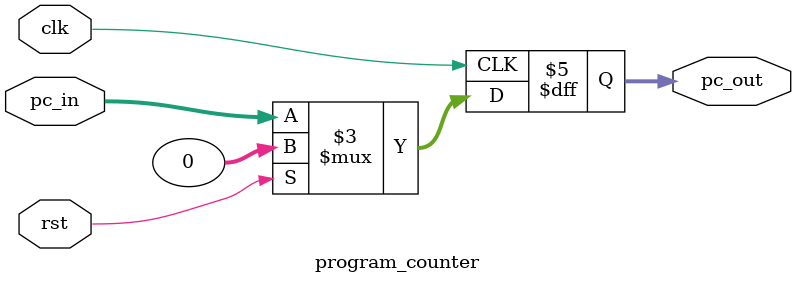
<source format=v>



`timescale 1ns / 1ps

module program_counter(
    input clk,
    input rst,
    input [31:0] pc_in,   // input of program counter 
 
    output reg [31:0] pc_out    );

always@(posedge clk)
begin
     if(rst) pc_out<=32'd0;
     else pc_out<=pc_in;        
end
endmodule


</source>
